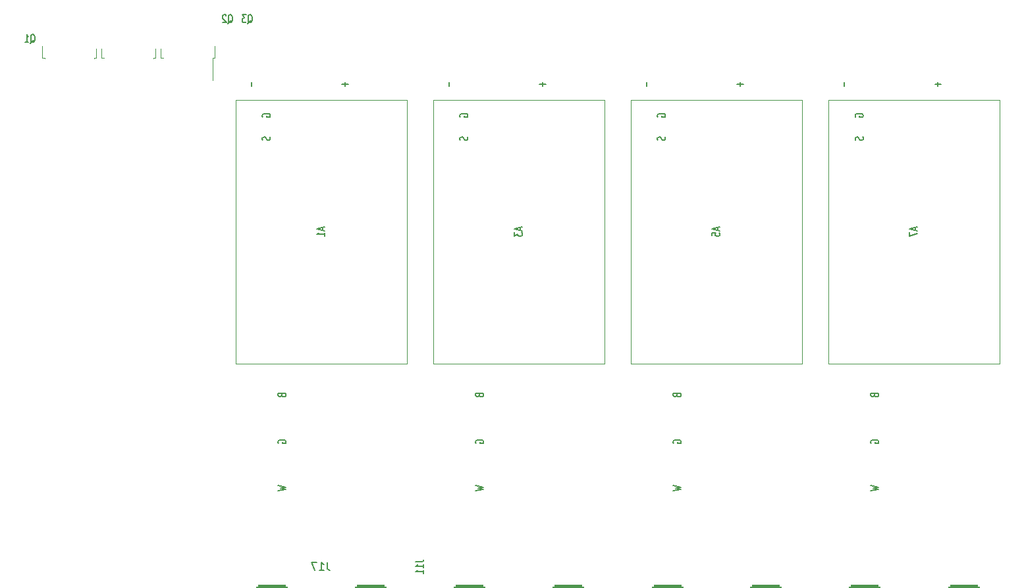
<source format=gbo>
G04 #@! TF.GenerationSoftware,KiCad,Pcbnew,6.0.6-3a73a75311~116~ubuntu22.04.1*
G04 #@! TF.CreationDate,2022-09-02T17:28:33-07:00*
G04 #@! TF.ProjectId,thrusterV3,74687275-7374-4657-9256-332e6b696361,rev?*
G04 #@! TF.SameCoordinates,Original*
G04 #@! TF.FileFunction,Legend,Bot*
G04 #@! TF.FilePolarity,Positive*
%FSLAX46Y46*%
G04 Gerber Fmt 4.6, Leading zero omitted, Abs format (unit mm)*
G04 Created by KiCad (PCBNEW 6.0.6-3a73a75311~116~ubuntu22.04.1) date 2022-09-02 17:28:33*
%MOMM*%
%LPD*%
G01*
G04 APERTURE LIST*
G04 Aperture macros list*
%AMRoundRect*
0 Rectangle with rounded corners*
0 $1 Rounding radius*
0 $2 $3 $4 $5 $6 $7 $8 $9 X,Y pos of 4 corners*
0 Add a 4 corners polygon primitive as box body*
4,1,4,$2,$3,$4,$5,$6,$7,$8,$9,$2,$3,0*
0 Add four circle primitives for the rounded corners*
1,1,$1+$1,$2,$3*
1,1,$1+$1,$4,$5*
1,1,$1+$1,$6,$7*
1,1,$1+$1,$8,$9*
0 Add four rect primitives between the rounded corners*
20,1,$1+$1,$2,$3,$4,$5,0*
20,1,$1+$1,$4,$5,$6,$7,0*
20,1,$1+$1,$6,$7,$8,$9,0*
20,1,$1+$1,$8,$9,$2,$3,0*%
G04 Aperture macros list end*
%ADD10C,0.150000*%
%ADD11C,0.152400*%
%ADD12C,0.120000*%
%ADD13RoundRect,0.250000X1.800000X-1.330000X1.800000X1.330000X-1.800000X1.330000X-1.800000X-1.330000X0*%
%ADD14O,4.100000X3.160000*%
%ADD15C,5.080000*%
%ADD16C,2.070000*%
%ADD17RoundRect,0.250000X-0.750000X0.600000X-0.750000X-0.600000X0.750000X-0.600000X0.750000X0.600000X0*%
%ADD18O,2.000000X1.700000*%
%ADD19C,2.780000*%
%ADD20RoundRect,0.250000X0.750000X-0.600000X0.750000X0.600000X-0.750000X0.600000X-0.750000X-0.600000X0*%
%ADD21C,3.200000*%
%ADD22C,9.900000*%
%ADD23R,1.200000X2.200000*%
%ADD24R,5.800000X6.400000*%
G04 APERTURE END LIST*
D10*
X102369523Y-138517380D02*
X102369523Y-139231666D01*
X102417142Y-139374523D01*
X102512380Y-139469761D01*
X102655238Y-139517380D01*
X102750476Y-139517380D01*
X101369523Y-139517380D02*
X101940952Y-139517380D01*
X101655238Y-139517380D02*
X101655238Y-138517380D01*
X101750476Y-138660238D01*
X101845714Y-138755476D01*
X101940952Y-138803095D01*
X101036190Y-138517380D02*
X100369523Y-138517380D01*
X100798095Y-139517380D01*
D11*
X113743619Y-138448142D02*
X114469333Y-138448142D01*
X114614476Y-138411857D01*
X114711238Y-138339285D01*
X114759619Y-138230428D01*
X114759619Y-138157857D01*
X114759619Y-139210142D02*
X114759619Y-138774714D01*
X114759619Y-138992428D02*
X113743619Y-138992428D01*
X113888761Y-138919857D01*
X113985523Y-138847285D01*
X114033904Y-138774714D01*
X114759619Y-139935857D02*
X114759619Y-139500428D01*
X114759619Y-139718142D02*
X113743619Y-139718142D01*
X113888761Y-139645571D01*
X113985523Y-139573000D01*
X114033904Y-139500428D01*
X64207571Y-71676380D02*
X64280142Y-71628000D01*
X64352714Y-71531238D01*
X64461571Y-71386095D01*
X64534142Y-71337714D01*
X64606714Y-71337714D01*
X64570428Y-71579619D02*
X64643000Y-71531238D01*
X64715571Y-71434476D01*
X64751857Y-71240952D01*
X64751857Y-70902285D01*
X64715571Y-70708761D01*
X64643000Y-70612000D01*
X64570428Y-70563619D01*
X64425285Y-70563619D01*
X64352714Y-70612000D01*
X64280142Y-70708761D01*
X64243857Y-70902285D01*
X64243857Y-71240952D01*
X64280142Y-71434476D01*
X64352714Y-71531238D01*
X64425285Y-71579619D01*
X64570428Y-71579619D01*
X63518142Y-71579619D02*
X63953571Y-71579619D01*
X63735857Y-71579619D02*
X63735857Y-70563619D01*
X63808428Y-70708761D01*
X63881000Y-70805523D01*
X63953571Y-70853904D01*
X127169333Y-95420714D02*
X127169333Y-95783571D01*
X127459619Y-95348142D02*
X126443619Y-95602142D01*
X127459619Y-95856142D01*
X126443619Y-96037571D02*
X126443619Y-96509285D01*
X126830666Y-96255285D01*
X126830666Y-96364142D01*
X126879047Y-96436714D01*
X126927428Y-96473000D01*
X127024190Y-96509285D01*
X127266095Y-96509285D01*
X127362857Y-96473000D01*
X127411238Y-96436714D01*
X127459619Y-96364142D01*
X127459619Y-96146428D01*
X127411238Y-96073857D01*
X127362857Y-96037571D01*
X119492000Y-81164571D02*
X119443619Y-81092000D01*
X119443619Y-80983142D01*
X119492000Y-80874285D01*
X119588761Y-80801714D01*
X119685523Y-80765428D01*
X119879047Y-80729142D01*
X120024190Y-80729142D01*
X120217714Y-80765428D01*
X120314476Y-80801714D01*
X120411238Y-80874285D01*
X120459619Y-80983142D01*
X120459619Y-81055714D01*
X120411238Y-81164571D01*
X120362857Y-81200857D01*
X120024190Y-81200857D01*
X120024190Y-81055714D01*
X118072571Y-76674714D02*
X118072571Y-77255285D01*
X121927428Y-117019428D02*
X121975809Y-117128285D01*
X122024190Y-117164571D01*
X122120952Y-117200857D01*
X122266095Y-117200857D01*
X122362857Y-117164571D01*
X122411238Y-117128285D01*
X122459619Y-117055714D01*
X122459619Y-116765428D01*
X121443619Y-116765428D01*
X121443619Y-117019428D01*
X121492000Y-117092000D01*
X121540380Y-117128285D01*
X121637142Y-117164571D01*
X121733904Y-117164571D01*
X121830666Y-117128285D01*
X121879047Y-117092000D01*
X121927428Y-117019428D01*
X121927428Y-116765428D01*
X121443619Y-128638428D02*
X122459619Y-128819857D01*
X121733904Y-128965000D01*
X122459619Y-129110142D01*
X121443619Y-129291571D01*
X120411238Y-83747285D02*
X120459619Y-83856142D01*
X120459619Y-84037571D01*
X120411238Y-84110142D01*
X120362857Y-84146428D01*
X120266095Y-84182714D01*
X120169333Y-84182714D01*
X120072571Y-84146428D01*
X120024190Y-84110142D01*
X119975809Y-84037571D01*
X119927428Y-83892428D01*
X119879047Y-83819857D01*
X119830666Y-83783571D01*
X119733904Y-83747285D01*
X119637142Y-83747285D01*
X119540380Y-83783571D01*
X119492000Y-83819857D01*
X119443619Y-83892428D01*
X119443619Y-84073857D01*
X119492000Y-84182714D01*
X121492000Y-123164571D02*
X121443619Y-123092000D01*
X121443619Y-122983142D01*
X121492000Y-122874285D01*
X121588761Y-122801714D01*
X121685523Y-122765428D01*
X121879047Y-122729142D01*
X122024190Y-122729142D01*
X122217714Y-122765428D01*
X122314476Y-122801714D01*
X122411238Y-122874285D01*
X122459619Y-122983142D01*
X122459619Y-123055714D01*
X122411238Y-123164571D01*
X122362857Y-123200857D01*
X122024190Y-123200857D01*
X122024190Y-123055714D01*
X130072571Y-76674714D02*
X130072571Y-77255285D01*
X130459619Y-76965000D02*
X129685523Y-76965000D01*
X92147571Y-69136380D02*
X92220142Y-69088000D01*
X92292714Y-68991238D01*
X92401571Y-68846095D01*
X92474142Y-68797714D01*
X92546714Y-68797714D01*
X92510428Y-69039619D02*
X92583000Y-68991238D01*
X92655571Y-68894476D01*
X92691857Y-68700952D01*
X92691857Y-68362285D01*
X92655571Y-68168761D01*
X92583000Y-68072000D01*
X92510428Y-68023619D01*
X92365285Y-68023619D01*
X92292714Y-68072000D01*
X92220142Y-68168761D01*
X92183857Y-68362285D01*
X92183857Y-68700952D01*
X92220142Y-68894476D01*
X92292714Y-68991238D01*
X92365285Y-69039619D01*
X92510428Y-69039619D01*
X91929857Y-68023619D02*
X91458142Y-68023619D01*
X91712142Y-68410666D01*
X91603285Y-68410666D01*
X91530714Y-68459047D01*
X91494428Y-68507428D01*
X91458142Y-68604190D01*
X91458142Y-68846095D01*
X91494428Y-68942857D01*
X91530714Y-68991238D01*
X91603285Y-69039619D01*
X91821000Y-69039619D01*
X91893571Y-68991238D01*
X91929857Y-68942857D01*
X152569333Y-95420714D02*
X152569333Y-95783571D01*
X152859619Y-95348142D02*
X151843619Y-95602142D01*
X152859619Y-95856142D01*
X151843619Y-96473000D02*
X151843619Y-96110142D01*
X152327428Y-96073857D01*
X152279047Y-96110142D01*
X152230666Y-96182714D01*
X152230666Y-96364142D01*
X152279047Y-96436714D01*
X152327428Y-96473000D01*
X152424190Y-96509285D01*
X152666095Y-96509285D01*
X152762857Y-96473000D01*
X152811238Y-96436714D01*
X152859619Y-96364142D01*
X152859619Y-96182714D01*
X152811238Y-96110142D01*
X152762857Y-96073857D01*
X146843619Y-128638428D02*
X147859619Y-128819857D01*
X147133904Y-128965000D01*
X147859619Y-129110142D01*
X146843619Y-129291571D01*
X155472571Y-76674714D02*
X155472571Y-77255285D01*
X155859619Y-76965000D02*
X155085523Y-76965000D01*
X147327428Y-117019428D02*
X147375809Y-117128285D01*
X147424190Y-117164571D01*
X147520952Y-117200857D01*
X147666095Y-117200857D01*
X147762857Y-117164571D01*
X147811238Y-117128285D01*
X147859619Y-117055714D01*
X147859619Y-116765428D01*
X146843619Y-116765428D01*
X146843619Y-117019428D01*
X146892000Y-117092000D01*
X146940380Y-117128285D01*
X147037142Y-117164571D01*
X147133904Y-117164571D01*
X147230666Y-117128285D01*
X147279047Y-117092000D01*
X147327428Y-117019428D01*
X147327428Y-116765428D01*
X146892000Y-123164571D02*
X146843619Y-123092000D01*
X146843619Y-122983142D01*
X146892000Y-122874285D01*
X146988761Y-122801714D01*
X147085523Y-122765428D01*
X147279047Y-122729142D01*
X147424190Y-122729142D01*
X147617714Y-122765428D01*
X147714476Y-122801714D01*
X147811238Y-122874285D01*
X147859619Y-122983142D01*
X147859619Y-123055714D01*
X147811238Y-123164571D01*
X147762857Y-123200857D01*
X147424190Y-123200857D01*
X147424190Y-123055714D01*
X143472571Y-76674714D02*
X143472571Y-77255285D01*
X144892000Y-81164571D02*
X144843619Y-81092000D01*
X144843619Y-80983142D01*
X144892000Y-80874285D01*
X144988761Y-80801714D01*
X145085523Y-80765428D01*
X145279047Y-80729142D01*
X145424190Y-80729142D01*
X145617714Y-80765428D01*
X145714476Y-80801714D01*
X145811238Y-80874285D01*
X145859619Y-80983142D01*
X145859619Y-81055714D01*
X145811238Y-81164571D01*
X145762857Y-81200857D01*
X145424190Y-81200857D01*
X145424190Y-81055714D01*
X145811238Y-83747285D02*
X145859619Y-83856142D01*
X145859619Y-84037571D01*
X145811238Y-84110142D01*
X145762857Y-84146428D01*
X145666095Y-84182714D01*
X145569333Y-84182714D01*
X145472571Y-84146428D01*
X145424190Y-84110142D01*
X145375809Y-84037571D01*
X145327428Y-83892428D01*
X145279047Y-83819857D01*
X145230666Y-83783571D01*
X145133904Y-83747285D01*
X145037142Y-83747285D01*
X144940380Y-83783571D01*
X144892000Y-83819857D01*
X144843619Y-83892428D01*
X144843619Y-84073857D01*
X144892000Y-84182714D01*
X177974333Y-95420714D02*
X177974333Y-95783571D01*
X178264619Y-95348142D02*
X177248619Y-95602142D01*
X178264619Y-95856142D01*
X177248619Y-96037571D02*
X177248619Y-96545571D01*
X178264619Y-96219000D01*
X172297000Y-123164571D02*
X172248619Y-123092000D01*
X172248619Y-122983142D01*
X172297000Y-122874285D01*
X172393761Y-122801714D01*
X172490523Y-122765428D01*
X172684047Y-122729142D01*
X172829190Y-122729142D01*
X173022714Y-122765428D01*
X173119476Y-122801714D01*
X173216238Y-122874285D01*
X173264619Y-122983142D01*
X173264619Y-123055714D01*
X173216238Y-123164571D01*
X173167857Y-123200857D01*
X172829190Y-123200857D01*
X172829190Y-123055714D01*
X171216238Y-83747285D02*
X171264619Y-83856142D01*
X171264619Y-84037571D01*
X171216238Y-84110142D01*
X171167857Y-84146428D01*
X171071095Y-84182714D01*
X170974333Y-84182714D01*
X170877571Y-84146428D01*
X170829190Y-84110142D01*
X170780809Y-84037571D01*
X170732428Y-83892428D01*
X170684047Y-83819857D01*
X170635666Y-83783571D01*
X170538904Y-83747285D01*
X170442142Y-83747285D01*
X170345380Y-83783571D01*
X170297000Y-83819857D01*
X170248619Y-83892428D01*
X170248619Y-84073857D01*
X170297000Y-84182714D01*
X172732428Y-117019428D02*
X172780809Y-117128285D01*
X172829190Y-117164571D01*
X172925952Y-117200857D01*
X173071095Y-117200857D01*
X173167857Y-117164571D01*
X173216238Y-117128285D01*
X173264619Y-117055714D01*
X173264619Y-116765428D01*
X172248619Y-116765428D01*
X172248619Y-117019428D01*
X172297000Y-117092000D01*
X172345380Y-117128285D01*
X172442142Y-117164571D01*
X172538904Y-117164571D01*
X172635666Y-117128285D01*
X172684047Y-117092000D01*
X172732428Y-117019428D01*
X172732428Y-116765428D01*
X168877571Y-76674714D02*
X168877571Y-77255285D01*
X170297000Y-81164571D02*
X170248619Y-81092000D01*
X170248619Y-80983142D01*
X170297000Y-80874285D01*
X170393761Y-80801714D01*
X170490523Y-80765428D01*
X170684047Y-80729142D01*
X170829190Y-80729142D01*
X171022714Y-80765428D01*
X171119476Y-80801714D01*
X171216238Y-80874285D01*
X171264619Y-80983142D01*
X171264619Y-81055714D01*
X171216238Y-81164571D01*
X171167857Y-81200857D01*
X170829190Y-81200857D01*
X170829190Y-81055714D01*
X180877571Y-76674714D02*
X180877571Y-77255285D01*
X181264619Y-76965000D02*
X180490523Y-76965000D01*
X172248619Y-128638428D02*
X173264619Y-128819857D01*
X172538904Y-128965000D01*
X173264619Y-129110142D01*
X172248619Y-129291571D01*
X101769333Y-95420714D02*
X101769333Y-95783571D01*
X102059619Y-95348142D02*
X101043619Y-95602142D01*
X102059619Y-95856142D01*
X102059619Y-96509285D02*
X102059619Y-96073857D01*
X102059619Y-96291571D02*
X101043619Y-96291571D01*
X101188761Y-96219000D01*
X101285523Y-96146428D01*
X101333904Y-96073857D01*
X104672571Y-76674714D02*
X104672571Y-77255285D01*
X105059619Y-76965000D02*
X104285523Y-76965000D01*
X94092000Y-81164571D02*
X94043619Y-81092000D01*
X94043619Y-80983142D01*
X94092000Y-80874285D01*
X94188761Y-80801714D01*
X94285523Y-80765428D01*
X94479047Y-80729142D01*
X94624190Y-80729142D01*
X94817714Y-80765428D01*
X94914476Y-80801714D01*
X95011238Y-80874285D01*
X95059619Y-80983142D01*
X95059619Y-81055714D01*
X95011238Y-81164571D01*
X94962857Y-81200857D01*
X94624190Y-81200857D01*
X94624190Y-81055714D01*
X96043619Y-128638428D02*
X97059619Y-128819857D01*
X96333904Y-128965000D01*
X97059619Y-129110142D01*
X96043619Y-129291571D01*
X96092000Y-123164571D02*
X96043619Y-123092000D01*
X96043619Y-122983142D01*
X96092000Y-122874285D01*
X96188761Y-122801714D01*
X96285523Y-122765428D01*
X96479047Y-122729142D01*
X96624190Y-122729142D01*
X96817714Y-122765428D01*
X96914476Y-122801714D01*
X97011238Y-122874285D01*
X97059619Y-122983142D01*
X97059619Y-123055714D01*
X97011238Y-123164571D01*
X96962857Y-123200857D01*
X96624190Y-123200857D01*
X96624190Y-123055714D01*
X95011238Y-83747285D02*
X95059619Y-83856142D01*
X95059619Y-84037571D01*
X95011238Y-84110142D01*
X94962857Y-84146428D01*
X94866095Y-84182714D01*
X94769333Y-84182714D01*
X94672571Y-84146428D01*
X94624190Y-84110142D01*
X94575809Y-84037571D01*
X94527428Y-83892428D01*
X94479047Y-83819857D01*
X94430666Y-83783571D01*
X94333904Y-83747285D01*
X94237142Y-83747285D01*
X94140380Y-83783571D01*
X94092000Y-83819857D01*
X94043619Y-83892428D01*
X94043619Y-84073857D01*
X94092000Y-84182714D01*
X96527428Y-117019428D02*
X96575809Y-117128285D01*
X96624190Y-117164571D01*
X96720952Y-117200857D01*
X96866095Y-117200857D01*
X96962857Y-117164571D01*
X97011238Y-117128285D01*
X97059619Y-117055714D01*
X97059619Y-116765428D01*
X96043619Y-116765428D01*
X96043619Y-117019428D01*
X96092000Y-117092000D01*
X96140380Y-117128285D01*
X96237142Y-117164571D01*
X96333904Y-117164571D01*
X96430666Y-117128285D01*
X96479047Y-117092000D01*
X96527428Y-117019428D01*
X96527428Y-116765428D01*
X92672571Y-76674714D02*
X92672571Y-77255285D01*
X89607571Y-69136380D02*
X89680142Y-69088000D01*
X89752714Y-68991238D01*
X89861571Y-68846095D01*
X89934142Y-68797714D01*
X90006714Y-68797714D01*
X89970428Y-69039619D02*
X90043000Y-68991238D01*
X90115571Y-68894476D01*
X90151857Y-68700952D01*
X90151857Y-68362285D01*
X90115571Y-68168761D01*
X90043000Y-68072000D01*
X89970428Y-68023619D01*
X89825285Y-68023619D01*
X89752714Y-68072000D01*
X89680142Y-68168761D01*
X89643857Y-68362285D01*
X89643857Y-68700952D01*
X89680142Y-68894476D01*
X89752714Y-68991238D01*
X89825285Y-69039619D01*
X89970428Y-69039619D01*
X89353571Y-68120380D02*
X89317285Y-68072000D01*
X89244714Y-68023619D01*
X89063285Y-68023619D01*
X88990714Y-68072000D01*
X88954428Y-68120380D01*
X88918142Y-68217142D01*
X88918142Y-68313904D01*
X88954428Y-68459047D01*
X89389857Y-69039619D01*
X88918142Y-69039619D01*
D12*
X72665000Y-73590000D02*
X72395000Y-73590000D01*
X65765000Y-72090000D02*
X65765000Y-73590000D01*
X72395000Y-73590000D02*
X72395000Y-76420000D01*
X66035000Y-73590000D02*
X66035000Y-74690000D01*
X65765000Y-73590000D02*
X66035000Y-73590000D01*
X72665000Y-72090000D02*
X72665000Y-73590000D01*
X116000000Y-78965000D02*
X138000000Y-78965000D01*
X138000000Y-78965000D02*
X138000000Y-112965000D01*
X138000000Y-112965000D02*
X116000000Y-112965000D01*
X116000000Y-112965000D02*
X116000000Y-78965000D01*
X87635000Y-73590000D02*
X87635000Y-76420000D01*
X81005000Y-72090000D02*
X81005000Y-73590000D01*
X81005000Y-73590000D02*
X81275000Y-73590000D01*
X87905000Y-72090000D02*
X87905000Y-73590000D01*
X81275000Y-73590000D02*
X81275000Y-74690000D01*
X87905000Y-73590000D02*
X87635000Y-73590000D01*
X141400000Y-78965000D02*
X163400000Y-78965000D01*
X163400000Y-78965000D02*
X163400000Y-112965000D01*
X163400000Y-112965000D02*
X141400000Y-112965000D01*
X141400000Y-112965000D02*
X141400000Y-78965000D01*
X166805000Y-78965000D02*
X188805000Y-78965000D01*
X188805000Y-78965000D02*
X188805000Y-112965000D01*
X188805000Y-112965000D02*
X166805000Y-112965000D01*
X166805000Y-112965000D02*
X166805000Y-78965000D01*
X90600000Y-78965000D02*
X112600000Y-78965000D01*
X112600000Y-78965000D02*
X112600000Y-112965000D01*
X112600000Y-112965000D02*
X90600000Y-112965000D01*
X90600000Y-112965000D02*
X90600000Y-78965000D01*
X73385000Y-72090000D02*
X73385000Y-73590000D01*
X80015000Y-73590000D02*
X80015000Y-76420000D01*
X80285000Y-73590000D02*
X80015000Y-73590000D01*
X73655000Y-73590000D02*
X73655000Y-74690000D01*
X73385000Y-73590000D02*
X73655000Y-73590000D01*
X80285000Y-72090000D02*
X80285000Y-73590000D01*
%LPC*%
D13*
X184255000Y-143025000D03*
D14*
X184255000Y-139065000D03*
X184255000Y-135105000D03*
D15*
X110600000Y-72965000D03*
X104600000Y-72965000D03*
X110600000Y-116965000D03*
X110600000Y-122965000D03*
X110600000Y-128965000D03*
D16*
X110600000Y-83965000D03*
X110600000Y-80965000D03*
D17*
X64660000Y-60980000D03*
D18*
X64660000Y-63480000D03*
D19*
X171655000Y-56000000D03*
X175055000Y-56000000D03*
X175055000Y-65920000D03*
X171655000Y-65920000D03*
D13*
X107950000Y-143025000D03*
D14*
X107950000Y-139065000D03*
X107950000Y-135105000D03*
D13*
X171450000Y-143025000D03*
D14*
X171450000Y-139065000D03*
X171450000Y-135105000D03*
D20*
X193040000Y-82550000D03*
D18*
X193040000Y-80050000D03*
D13*
X95250000Y-143025000D03*
D14*
X95250000Y-139065000D03*
X95250000Y-135105000D03*
D13*
X120650000Y-143025000D03*
D14*
X120650000Y-139065000D03*
X120650000Y-135105000D03*
D21*
X63500000Y-142875000D03*
D19*
X183945000Y-56000000D03*
X180545000Y-56000000D03*
X180545000Y-65920000D03*
X183945000Y-65920000D03*
D20*
X193040000Y-92075000D03*
D18*
X193040000Y-89575000D03*
D19*
X104345000Y-56000000D03*
X107745000Y-56000000D03*
X104345000Y-65920000D03*
X107745000Y-65920000D03*
X74725000Y-116720000D03*
X71325000Y-116720000D03*
X71325000Y-106800000D03*
X74725000Y-106800000D03*
D20*
X193040000Y-101600000D03*
D18*
X193040000Y-99100000D03*
D19*
X95455000Y-56000000D03*
X98855000Y-56000000D03*
X98855000Y-65920000D03*
X95455000Y-65920000D03*
X124255000Y-56000000D03*
X120855000Y-56000000D03*
X124255000Y-65920000D03*
X120855000Y-65920000D03*
X155145000Y-56000000D03*
X158545000Y-56000000D03*
X158545000Y-65920000D03*
X155145000Y-65920000D03*
X133145000Y-56000000D03*
X129745000Y-56000000D03*
X133145000Y-65920000D03*
X129745000Y-65920000D03*
D21*
X193675000Y-142875000D03*
X63500000Y-53975000D03*
D22*
X74295000Y-127850000D03*
X74295000Y-138850000D03*
D20*
X193040000Y-111125000D03*
D18*
X193040000Y-108625000D03*
D13*
X146155000Y-143025000D03*
D14*
X146155000Y-139065000D03*
X146155000Y-135105000D03*
D15*
X186805000Y-72965000D03*
X180805000Y-72965000D03*
X186805000Y-116965000D03*
X186805000Y-122965000D03*
X186805000Y-128965000D03*
D16*
X186805000Y-83965000D03*
X186805000Y-80965000D03*
D19*
X149655000Y-56000000D03*
X146255000Y-56000000D03*
X146255000Y-65920000D03*
X149655000Y-65920000D03*
D13*
X133350000Y-143025000D03*
D14*
X133350000Y-139065000D03*
X133350000Y-135105000D03*
D15*
X161400000Y-72965000D03*
X155400000Y-72965000D03*
X161400000Y-116965000D03*
X161400000Y-122965000D03*
X161400000Y-128965000D03*
D16*
X161400000Y-83965000D03*
X161400000Y-80965000D03*
D13*
X158750000Y-143025000D03*
D14*
X158750000Y-139065000D03*
X158750000Y-135105000D03*
D21*
X193675000Y-53975000D03*
D15*
X136000000Y-72965000D03*
X130000000Y-72965000D03*
X136000000Y-116965000D03*
X136000000Y-122965000D03*
X136000000Y-128965000D03*
D16*
X136000000Y-83965000D03*
X136000000Y-80965000D03*
D23*
X71495000Y-75320000D03*
D24*
X69215000Y-69020000D03*
D23*
X66935000Y-75320000D03*
D15*
X118000000Y-72965000D03*
X124000000Y-72965000D03*
X118000000Y-116965000D03*
X118000000Y-122965000D03*
X118000000Y-128965000D03*
D16*
X118000000Y-83965000D03*
X118000000Y-80965000D03*
D23*
X86735000Y-75320000D03*
D24*
X84455000Y-69020000D03*
D23*
X82175000Y-75320000D03*
D15*
X143400000Y-72965000D03*
X149400000Y-72965000D03*
X143400000Y-116965000D03*
X143400000Y-122965000D03*
X143400000Y-128965000D03*
D16*
X143400000Y-83965000D03*
X143400000Y-80965000D03*
D15*
X168805000Y-72965000D03*
X174805000Y-72965000D03*
X168805000Y-116965000D03*
X168805000Y-122965000D03*
X168805000Y-128965000D03*
D16*
X168805000Y-83965000D03*
X168805000Y-80965000D03*
D15*
X92600000Y-72965000D03*
X98600000Y-72965000D03*
X92600000Y-116965000D03*
X92600000Y-122965000D03*
X92600000Y-128965000D03*
D16*
X92600000Y-83965000D03*
X92600000Y-80965000D03*
D23*
X79115000Y-75320000D03*
D24*
X76835000Y-69020000D03*
D23*
X74555000Y-75320000D03*
G36*
X70427121Y-73680002D02*
G01*
X70473614Y-73733658D01*
X70485000Y-73786000D01*
X70485000Y-76816885D01*
X70489475Y-76832124D01*
X70490865Y-76833329D01*
X70498548Y-76835000D01*
X72371885Y-76835000D01*
X72387124Y-76830525D01*
X72388329Y-76829135D01*
X72390000Y-76821452D01*
X72390000Y-73786000D01*
X72410002Y-73717879D01*
X72463658Y-73671386D01*
X72516000Y-73660000D01*
X77979000Y-73660000D01*
X78047121Y-73680002D01*
X78093614Y-73733658D01*
X78105000Y-73786000D01*
X78105000Y-76816885D01*
X78109475Y-76832124D01*
X78110865Y-76833329D01*
X78118548Y-76835000D01*
X79991885Y-76835000D01*
X80007124Y-76830525D01*
X80008329Y-76829135D01*
X80010000Y-76821452D01*
X80010000Y-73786000D01*
X80030002Y-73717879D01*
X80083658Y-73671386D01*
X80136000Y-73660000D01*
X83059000Y-73660000D01*
X83127121Y-73680002D01*
X83173614Y-73733658D01*
X83185000Y-73786000D01*
X83185000Y-78687810D01*
X83164998Y-78755931D01*
X83148095Y-78776905D01*
X81951905Y-79973095D01*
X81889593Y-80007121D01*
X81862810Y-80010000D01*
X80028115Y-80010000D01*
X80002470Y-80017530D01*
X76847812Y-83172188D01*
X76835000Y-83195650D01*
X76835000Y-108459000D01*
X76814998Y-108527121D01*
X76761342Y-108573614D01*
X76709000Y-108585000D01*
X69341000Y-108585000D01*
X69272879Y-108564998D01*
X69226386Y-108511342D01*
X69215000Y-108459000D01*
X69215000Y-83203115D01*
X69207470Y-83177470D01*
X66076905Y-80046905D01*
X66042879Y-79984593D01*
X66040000Y-79957810D01*
X66040000Y-73786000D01*
X66060002Y-73717879D01*
X66113658Y-73671386D01*
X66166000Y-73660000D01*
X70359000Y-73660000D01*
X70427121Y-73680002D01*
G37*
G36*
X76819120Y-114320002D02*
G01*
X76867307Y-114377538D01*
X80000308Y-121896739D01*
X80010000Y-121945201D01*
X80010000Y-130503810D01*
X79989998Y-130571931D01*
X79973095Y-130592905D01*
X77506905Y-133059095D01*
X77444593Y-133093121D01*
X77417810Y-133096000D01*
X71172190Y-133096000D01*
X71104069Y-133075998D01*
X71083095Y-133059095D01*
X68616905Y-130592905D01*
X68582879Y-130530593D01*
X68580000Y-130503810D01*
X68580000Y-121925244D01*
X68580435Y-121914780D01*
X69205372Y-114415536D01*
X69230962Y-114349312D01*
X69288294Y-114307435D01*
X69330937Y-114300000D01*
X76750999Y-114300000D01*
X76819120Y-114320002D01*
G37*
G36*
X186632121Y-52725002D02*
G01*
X186678614Y-52778658D01*
X186690000Y-52831000D01*
X186690000Y-60199000D01*
X186669998Y-60267121D01*
X186616342Y-60313614D01*
X186564000Y-60325000D01*
X90823115Y-60325000D01*
X90797470Y-60332530D01*
X87642812Y-63487188D01*
X87630000Y-63510650D01*
X87630000Y-72264000D01*
X87609998Y-72332121D01*
X87556342Y-72378614D01*
X87504000Y-72390000D01*
X66166000Y-72390000D01*
X66097879Y-72369998D01*
X66051386Y-72316342D01*
X66040000Y-72264000D01*
X66040000Y-57837190D01*
X66060002Y-57769069D01*
X66076905Y-57748095D01*
X71083095Y-52741905D01*
X71145407Y-52707879D01*
X71172190Y-52705000D01*
X186564000Y-52705000D01*
X186632121Y-52725002D01*
G37*
M02*

</source>
